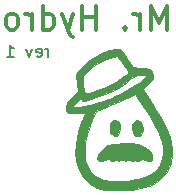
<source format=gbr>
G04 #@! TF.GenerationSoftware,KiCad,Pcbnew,5.0.2-bee76a0~70~ubuntu18.04.1*
G04 #@! TF.CreationDate,2019-07-19T10:36:36+02:00*
G04 #@! TF.ProjectId,SmartHydroponics,536d6172-7448-4796-9472-6f706f6e6963,rev?*
G04 #@! TF.SameCoordinates,Original*
G04 #@! TF.FileFunction,Legend,Bot*
G04 #@! TF.FilePolarity,Positive*
%FSLAX46Y46*%
G04 Gerber Fmt 4.6, Leading zero omitted, Abs format (unit mm)*
G04 Created by KiCad (PCBNEW 5.0.2-bee76a0~70~ubuntu18.04.1) date Fri 19 Jul 2019 10:36:36 CEST*
%MOMM*%
%LPD*%
G01*
G04 APERTURE LIST*
%ADD10C,0.150000*%
%ADD11C,0.300000*%
%ADD12C,0.010000*%
G04 APERTURE END LIST*
D10*
X241738095Y-85702380D02*
X241738095Y-85035714D01*
X241738095Y-85226190D02*
X241690476Y-85130952D01*
X241642857Y-85083333D01*
X241547619Y-85035714D01*
X241452380Y-85035714D01*
X240738095Y-85654761D02*
X240833333Y-85702380D01*
X241023809Y-85702380D01*
X241119047Y-85654761D01*
X241166666Y-85559523D01*
X241166666Y-85178571D01*
X241119047Y-85083333D01*
X241023809Y-85035714D01*
X240833333Y-85035714D01*
X240738095Y-85083333D01*
X240690476Y-85178571D01*
X240690476Y-85273809D01*
X241166666Y-85369047D01*
X240357142Y-85035714D02*
X240119047Y-85702380D01*
X239880952Y-85035714D01*
X238214285Y-85702380D02*
X238785714Y-85702380D01*
X238500000Y-85702380D02*
X238500000Y-84702380D01*
X238595238Y-84845238D01*
X238690476Y-84940476D01*
X238785714Y-84988095D01*
D11*
X251761904Y-83404761D02*
X251761904Y-81404761D01*
X251095238Y-82833333D01*
X250428571Y-81404761D01*
X250428571Y-83404761D01*
X249476190Y-83404761D02*
X249476190Y-82071428D01*
X249476190Y-82452380D02*
X249380952Y-82261904D01*
X249285714Y-82166666D01*
X249095238Y-82071428D01*
X248904761Y-82071428D01*
X248238095Y-83214285D02*
X248142857Y-83309523D01*
X248238095Y-83404761D01*
X248333333Y-83309523D01*
X248238095Y-83214285D01*
X248238095Y-83404761D01*
X245761904Y-83404761D02*
X245761904Y-81404761D01*
X245761904Y-82357142D02*
X244619047Y-82357142D01*
X244619047Y-83404761D02*
X244619047Y-81404761D01*
X243857142Y-82071428D02*
X243380952Y-83404761D01*
X242904761Y-82071428D02*
X243380952Y-83404761D01*
X243571428Y-83880952D01*
X243666666Y-83976190D01*
X243857142Y-84071428D01*
X241285714Y-83404761D02*
X241285714Y-81404761D01*
X241285714Y-83309523D02*
X241476190Y-83404761D01*
X241857142Y-83404761D01*
X242047619Y-83309523D01*
X242142857Y-83214285D01*
X242238095Y-83023809D01*
X242238095Y-82452380D01*
X242142857Y-82261904D01*
X242047619Y-82166666D01*
X241857142Y-82071428D01*
X241476190Y-82071428D01*
X241285714Y-82166666D01*
X240333333Y-83404761D02*
X240333333Y-82071428D01*
X240333333Y-82452380D02*
X240238095Y-82261904D01*
X240142857Y-82166666D01*
X239952380Y-82071428D01*
X239761904Y-82071428D01*
X238809523Y-83404761D02*
X239000000Y-83309523D01*
X239095238Y-83214285D01*
X239190476Y-83023809D01*
X239190476Y-82452380D01*
X239095238Y-82261904D01*
X239000000Y-82166666D01*
X238809523Y-82071428D01*
X238523809Y-82071428D01*
X238333333Y-82166666D01*
X238238095Y-82261904D01*
X238142857Y-82452380D01*
X238142857Y-83023809D01*
X238238095Y-83214285D01*
X238333333Y-83309523D01*
X238523809Y-83404761D01*
X238809523Y-83404761D01*
D12*
G04 #@! TO.C,H111*
G36*
X247184691Y-91073749D02*
X247040428Y-91213620D01*
X246946821Y-91454124D01*
X246917214Y-91747284D01*
X246931247Y-91993425D01*
X246984937Y-92157657D01*
X247087556Y-92287034D01*
X247273634Y-92427327D01*
X247438219Y-92438740D01*
X247606773Y-92323008D01*
X247607332Y-92322450D01*
X247747850Y-92096880D01*
X247806216Y-91815469D01*
X247799551Y-91728688D01*
X247403006Y-91728688D01*
X247368306Y-91763387D01*
X247333607Y-91728688D01*
X247368306Y-91693989D01*
X247403006Y-91728688D01*
X247799551Y-91728688D01*
X247783899Y-91524917D01*
X247682367Y-91271920D01*
X247570350Y-91146356D01*
X247365901Y-91047123D01*
X247184691Y-91073749D01*
X247184691Y-91073749D01*
G37*
X247184691Y-91073749D02*
X247040428Y-91213620D01*
X246946821Y-91454124D01*
X246917214Y-91747284D01*
X246931247Y-91993425D01*
X246984937Y-92157657D01*
X247087556Y-92287034D01*
X247273634Y-92427327D01*
X247438219Y-92438740D01*
X247606773Y-92323008D01*
X247607332Y-92322450D01*
X247747850Y-92096880D01*
X247806216Y-91815469D01*
X247799551Y-91728688D01*
X247403006Y-91728688D01*
X247368306Y-91763387D01*
X247333607Y-91728688D01*
X247368306Y-91693989D01*
X247403006Y-91728688D01*
X247799551Y-91728688D01*
X247783899Y-91524917D01*
X247682367Y-91271920D01*
X247570350Y-91146356D01*
X247365901Y-91047123D01*
X247184691Y-91073749D01*
G36*
X249067350Y-91130282D02*
X248924444Y-91308226D01*
X248852457Y-91596175D01*
X248844368Y-91763387D01*
X248882303Y-92099504D01*
X248993176Y-92328859D01*
X249172590Y-92444394D01*
X249276776Y-92457377D01*
X249474137Y-92406851D01*
X249604821Y-92269582D01*
X249709857Y-92021812D01*
X249736745Y-91749434D01*
X249694467Y-91485316D01*
X249592008Y-91262325D01*
X249438352Y-91113328D01*
X249276776Y-91069398D01*
X249067350Y-91130282D01*
X249067350Y-91130282D01*
G37*
X249067350Y-91130282D02*
X248924444Y-91308226D01*
X248852457Y-91596175D01*
X248844368Y-91763387D01*
X248882303Y-92099504D01*
X248993176Y-92328859D01*
X249172590Y-92444394D01*
X249276776Y-92457377D01*
X249474137Y-92406851D01*
X249604821Y-92269582D01*
X249709857Y-92021812D01*
X249736745Y-91749434D01*
X249694467Y-91485316D01*
X249592008Y-91262325D01*
X249438352Y-91113328D01*
X249276776Y-91069398D01*
X249067350Y-91130282D01*
G36*
X247977892Y-93021212D02*
X247536287Y-93057221D01*
X247144237Y-93117149D01*
X246841786Y-93198707D01*
X246796345Y-93217074D01*
X246500294Y-93384338D01*
X246245207Y-93598376D01*
X246047403Y-93835698D01*
X245923203Y-94072816D01*
X245888927Y-94286239D01*
X245947988Y-94438088D01*
X246088401Y-94525731D01*
X246297053Y-94518381D01*
X246548557Y-94434271D01*
X246720792Y-94371675D01*
X246824893Y-94371798D01*
X246916136Y-94434271D01*
X247095504Y-94530930D01*
X247262970Y-94502615D01*
X247311545Y-94464247D01*
X247415725Y-94429212D01*
X247533622Y-94480941D01*
X247676556Y-94537320D01*
X247813112Y-94489938D01*
X247819399Y-94486050D01*
X247960872Y-94434093D01*
X248096995Y-94486050D01*
X248238468Y-94538008D01*
X248374591Y-94486050D01*
X248515957Y-94434110D01*
X248652426Y-94486200D01*
X248807018Y-94536221D01*
X248909904Y-94498321D01*
X249075639Y-94459667D01*
X249218482Y-94495380D01*
X249384316Y-94530479D01*
X249513716Y-94470896D01*
X249540087Y-94448173D01*
X249639293Y-94375937D01*
X249741742Y-94369609D01*
X249905722Y-94427071D01*
X249923029Y-94434271D01*
X250207829Y-94524812D01*
X250403131Y-94518124D01*
X250516910Y-94417450D01*
X250538246Y-94258061D01*
X250492808Y-94037657D01*
X250396237Y-93806905D01*
X250272394Y-93625371D01*
X250021092Y-93419273D01*
X249678707Y-93236737D01*
X249292952Y-93102036D01*
X249199624Y-93079611D01*
X248849603Y-93030117D01*
X248429012Y-93011415D01*
X247977892Y-93021212D01*
X247977892Y-93021212D01*
G37*
X247977892Y-93021212D02*
X247536287Y-93057221D01*
X247144237Y-93117149D01*
X246841786Y-93198707D01*
X246796345Y-93217074D01*
X246500294Y-93384338D01*
X246245207Y-93598376D01*
X246047403Y-93835698D01*
X245923203Y-94072816D01*
X245888927Y-94286239D01*
X245947988Y-94438088D01*
X246088401Y-94525731D01*
X246297053Y-94518381D01*
X246548557Y-94434271D01*
X246720792Y-94371675D01*
X246824893Y-94371798D01*
X246916136Y-94434271D01*
X247095504Y-94530930D01*
X247262970Y-94502615D01*
X247311545Y-94464247D01*
X247415725Y-94429212D01*
X247533622Y-94480941D01*
X247676556Y-94537320D01*
X247813112Y-94489938D01*
X247819399Y-94486050D01*
X247960872Y-94434093D01*
X248096995Y-94486050D01*
X248238468Y-94538008D01*
X248374591Y-94486050D01*
X248515957Y-94434110D01*
X248652426Y-94486200D01*
X248807018Y-94536221D01*
X248909904Y-94498321D01*
X249075639Y-94459667D01*
X249218482Y-94495380D01*
X249384316Y-94530479D01*
X249513716Y-94470896D01*
X249540087Y-94448173D01*
X249639293Y-94375937D01*
X249741742Y-94369609D01*
X249905722Y-94427071D01*
X249923029Y-94434271D01*
X250207829Y-94524812D01*
X250403131Y-94518124D01*
X250516910Y-94417450D01*
X250538246Y-94258061D01*
X250492808Y-94037657D01*
X250396237Y-93806905D01*
X250272394Y-93625371D01*
X250021092Y-93419273D01*
X249678707Y-93236737D01*
X249292952Y-93102036D01*
X249199624Y-93079611D01*
X248849603Y-93030117D01*
X248429012Y-93011415D01*
X247977892Y-93021212D01*
G36*
X247287844Y-85059968D02*
X246995508Y-85140011D01*
X246872475Y-85177419D01*
X246239723Y-85414366D01*
X245639342Y-85721312D01*
X245098364Y-86080454D01*
X244643822Y-86473992D01*
X244320357Y-86858152D01*
X244049316Y-87251691D01*
X244139386Y-87958460D01*
X244229456Y-88665228D01*
X243925111Y-88946430D01*
X243624352Y-89238670D01*
X243421512Y-89475604D01*
X243300802Y-89681518D01*
X243246432Y-89880700D01*
X243239071Y-90001658D01*
X243260968Y-90220405D01*
X243339148Y-90370581D01*
X243492344Y-90461813D01*
X243739291Y-90503727D01*
X244098724Y-90505950D01*
X244211378Y-90501288D01*
X244486092Y-90490166D01*
X244699090Y-90485371D01*
X244819453Y-90487412D01*
X244835246Y-90491027D01*
X244811446Y-90559887D01*
X244748044Y-90726290D01*
X244657040Y-90958930D01*
X244621461Y-91048768D01*
X244365327Y-91780452D01*
X244175823Y-92508131D01*
X244057062Y-93206320D01*
X244013158Y-93849534D01*
X244048228Y-94412288D01*
X244063534Y-94504644D01*
X244227424Y-95077404D01*
X244491534Y-95611448D01*
X244838257Y-96084337D01*
X245249985Y-96473633D01*
X245709109Y-96756898D01*
X245888974Y-96830874D01*
X246075265Y-96890904D01*
X246264514Y-96934801D01*
X246485055Y-96965693D01*
X246765222Y-96986710D01*
X247133350Y-97000981D01*
X247507104Y-97009584D01*
X248091650Y-97014045D01*
X248557400Y-97001829D01*
X248923453Y-96972061D01*
X249163460Y-96933768D01*
X249884151Y-96753650D01*
X250484278Y-96531796D01*
X250978282Y-96258688D01*
X251380606Y-95924812D01*
X251705691Y-95520649D01*
X251935725Y-95107000D01*
X252038116Y-94874257D01*
X252104969Y-94669657D01*
X252145511Y-94447934D01*
X252168967Y-94163823D01*
X252179981Y-93908642D01*
X252179515Y-93838683D01*
X251454096Y-93838683D01*
X251382598Y-94378197D01*
X251203287Y-94858355D01*
X250919615Y-95266835D01*
X250535035Y-95591314D01*
X250409766Y-95665423D01*
X250099983Y-95803103D01*
X249694686Y-95938640D01*
X249236824Y-96060245D01*
X248769346Y-96156125D01*
X248454589Y-96202185D01*
X248162307Y-96235286D01*
X247943604Y-96254298D01*
X247753109Y-96259305D01*
X247545451Y-96250395D01*
X247275262Y-96227652D01*
X247038233Y-96204872D01*
X246460099Y-96116561D01*
X245992213Y-95967612D01*
X245614537Y-95745250D01*
X245307035Y-95436698D01*
X245049669Y-95029180D01*
X244983424Y-94894667D01*
X244900776Y-94704213D01*
X244847698Y-94530836D01*
X244818068Y-94335051D01*
X244805762Y-94077379D01*
X244804530Y-93741256D01*
X244816260Y-93349714D01*
X244851814Y-92988842D01*
X244918259Y-92629415D01*
X245022659Y-92242207D01*
X245172082Y-91797992D01*
X245373593Y-91267547D01*
X245447659Y-91081240D01*
X245772132Y-90271311D01*
X246466121Y-90033067D01*
X246795212Y-89908757D01*
X247198524Y-89739320D01*
X247628219Y-89545714D01*
X248036462Y-89348894D01*
X248092267Y-89320706D01*
X248418707Y-89159560D01*
X248700553Y-89029680D01*
X248915510Y-88940615D01*
X249041282Y-88901914D01*
X249063852Y-88904569D01*
X249520176Y-89578670D01*
X249903836Y-90153200D01*
X250222751Y-90641597D01*
X250484841Y-91057299D01*
X250698026Y-91413743D01*
X250870225Y-91724369D01*
X251009357Y-92002614D01*
X251123342Y-92261916D01*
X251220099Y-92515714D01*
X251259849Y-92630874D01*
X251414331Y-93252134D01*
X251454096Y-93838683D01*
X252179515Y-93838683D01*
X252176822Y-93435155D01*
X252128186Y-92978395D01*
X252027357Y-92521238D01*
X251867621Y-92046559D01*
X251642261Y-91537234D01*
X251344562Y-90976140D01*
X250967809Y-90346152D01*
X250505287Y-89630147D01*
X250497508Y-89618434D01*
X249721015Y-88449560D01*
X250162213Y-88030022D01*
X250373567Y-87825693D01*
X250502425Y-87682691D01*
X250567613Y-87567482D01*
X250587961Y-87446534D01*
X250582294Y-87286315D01*
X250582273Y-87285976D01*
X250027416Y-87285976D01*
X250022758Y-87369891D01*
X249909160Y-87504953D01*
X249702358Y-87681310D01*
X249418087Y-87889111D01*
X249072083Y-88118505D01*
X248680081Y-88359640D01*
X248257817Y-88602665D01*
X247821026Y-88837727D01*
X247385445Y-89054976D01*
X246966809Y-89244560D01*
X246769627Y-89325558D01*
X246410057Y-89454638D01*
X246009352Y-89577189D01*
X245588346Y-89689220D01*
X245167868Y-89786742D01*
X244768753Y-89865764D01*
X244411831Y-89922294D01*
X244117935Y-89952344D01*
X243907897Y-89951921D01*
X243802549Y-89917036D01*
X243794263Y-89895515D01*
X243843313Y-89819015D01*
X243967007Y-89689169D01*
X244130159Y-89537500D01*
X244297584Y-89395528D01*
X244434098Y-89294777D01*
X244498022Y-89265027D01*
X244550779Y-89321467D01*
X244557651Y-89370447D01*
X244562968Y-89416446D01*
X244592352Y-89441653D01*
X244665949Y-89443058D01*
X244803908Y-89417650D01*
X245026375Y-89362417D01*
X245353498Y-89274349D01*
X245537029Y-89224078D01*
X246566232Y-88873826D01*
X247522644Y-88406572D01*
X248414066Y-87818316D01*
X248669038Y-87618418D01*
X248899166Y-87434739D01*
X249063605Y-87322613D01*
X249203389Y-87264851D01*
X249359551Y-87244265D01*
X249563985Y-87243536D01*
X249794137Y-87252185D01*
X249963083Y-87268631D01*
X250027416Y-87285976D01*
X250582273Y-87285976D01*
X250582034Y-87282307D01*
X250547263Y-87069329D01*
X248504329Y-87069329D01*
X248440026Y-87118844D01*
X248300519Y-87227546D01*
X248166394Y-87332455D01*
X247441706Y-87822851D01*
X246608021Y-88247561D01*
X245682868Y-88597955D01*
X245450599Y-88669609D01*
X245185012Y-88747192D01*
X244972852Y-88807441D01*
X244847183Y-88841038D01*
X244828413Y-88844940D01*
X244800598Y-88783166D01*
X244762554Y-88615349D01*
X244721055Y-88373196D01*
X244706877Y-88276092D01*
X244656876Y-87904784D01*
X244633878Y-87638064D01*
X244646210Y-87442984D01*
X244702199Y-87286597D01*
X244810171Y-87135956D01*
X244978452Y-86958113D01*
X245060793Y-86875700D01*
X245435698Y-86559509D01*
X245902491Y-86254412D01*
X246415005Y-85985847D01*
X246927073Y-85779255D01*
X247192301Y-85701137D01*
X247571487Y-85607036D01*
X247753498Y-85858296D01*
X247900627Y-86069257D01*
X248061695Y-86312532D01*
X248219647Y-86560610D01*
X248357428Y-86785983D01*
X248457982Y-86961140D01*
X248504252Y-87058573D01*
X248504329Y-87069329D01*
X250547263Y-87069329D01*
X250542635Y-87040982D01*
X250447816Y-86868815D01*
X250277930Y-86753579D01*
X250013329Y-86683051D01*
X249634364Y-86645005D01*
X249550645Y-86640575D01*
X248921686Y-86610504D01*
X248499914Y-85977246D01*
X248245397Y-85600480D01*
X248043087Y-85328606D01*
X247869582Y-85150120D01*
X247701476Y-85053520D01*
X247515365Y-85027304D01*
X247287844Y-85059968D01*
X247287844Y-85059968D01*
G37*
X247287844Y-85059968D02*
X246995508Y-85140011D01*
X246872475Y-85177419D01*
X246239723Y-85414366D01*
X245639342Y-85721312D01*
X245098364Y-86080454D01*
X244643822Y-86473992D01*
X244320357Y-86858152D01*
X244049316Y-87251691D01*
X244139386Y-87958460D01*
X244229456Y-88665228D01*
X243925111Y-88946430D01*
X243624352Y-89238670D01*
X243421512Y-89475604D01*
X243300802Y-89681518D01*
X243246432Y-89880700D01*
X243239071Y-90001658D01*
X243260968Y-90220405D01*
X243339148Y-90370581D01*
X243492344Y-90461813D01*
X243739291Y-90503727D01*
X244098724Y-90505950D01*
X244211378Y-90501288D01*
X244486092Y-90490166D01*
X244699090Y-90485371D01*
X244819453Y-90487412D01*
X244835246Y-90491027D01*
X244811446Y-90559887D01*
X244748044Y-90726290D01*
X244657040Y-90958930D01*
X244621461Y-91048768D01*
X244365327Y-91780452D01*
X244175823Y-92508131D01*
X244057062Y-93206320D01*
X244013158Y-93849534D01*
X244048228Y-94412288D01*
X244063534Y-94504644D01*
X244227424Y-95077404D01*
X244491534Y-95611448D01*
X244838257Y-96084337D01*
X245249985Y-96473633D01*
X245709109Y-96756898D01*
X245888974Y-96830874D01*
X246075265Y-96890904D01*
X246264514Y-96934801D01*
X246485055Y-96965693D01*
X246765222Y-96986710D01*
X247133350Y-97000981D01*
X247507104Y-97009584D01*
X248091650Y-97014045D01*
X248557400Y-97001829D01*
X248923453Y-96972061D01*
X249163460Y-96933768D01*
X249884151Y-96753650D01*
X250484278Y-96531796D01*
X250978282Y-96258688D01*
X251380606Y-95924812D01*
X251705691Y-95520649D01*
X251935725Y-95107000D01*
X252038116Y-94874257D01*
X252104969Y-94669657D01*
X252145511Y-94447934D01*
X252168967Y-94163823D01*
X252179981Y-93908642D01*
X252179515Y-93838683D01*
X251454096Y-93838683D01*
X251382598Y-94378197D01*
X251203287Y-94858355D01*
X250919615Y-95266835D01*
X250535035Y-95591314D01*
X250409766Y-95665423D01*
X250099983Y-95803103D01*
X249694686Y-95938640D01*
X249236824Y-96060245D01*
X248769346Y-96156125D01*
X248454589Y-96202185D01*
X248162307Y-96235286D01*
X247943604Y-96254298D01*
X247753109Y-96259305D01*
X247545451Y-96250395D01*
X247275262Y-96227652D01*
X247038233Y-96204872D01*
X246460099Y-96116561D01*
X245992213Y-95967612D01*
X245614537Y-95745250D01*
X245307035Y-95436698D01*
X245049669Y-95029180D01*
X244983424Y-94894667D01*
X244900776Y-94704213D01*
X244847698Y-94530836D01*
X244818068Y-94335051D01*
X244805762Y-94077379D01*
X244804530Y-93741256D01*
X244816260Y-93349714D01*
X244851814Y-92988842D01*
X244918259Y-92629415D01*
X245022659Y-92242207D01*
X245172082Y-91797992D01*
X245373593Y-91267547D01*
X245447659Y-91081240D01*
X245772132Y-90271311D01*
X246466121Y-90033067D01*
X246795212Y-89908757D01*
X247198524Y-89739320D01*
X247628219Y-89545714D01*
X248036462Y-89348894D01*
X248092267Y-89320706D01*
X248418707Y-89159560D01*
X248700553Y-89029680D01*
X248915510Y-88940615D01*
X249041282Y-88901914D01*
X249063852Y-88904569D01*
X249520176Y-89578670D01*
X249903836Y-90153200D01*
X250222751Y-90641597D01*
X250484841Y-91057299D01*
X250698026Y-91413743D01*
X250870225Y-91724369D01*
X251009357Y-92002614D01*
X251123342Y-92261916D01*
X251220099Y-92515714D01*
X251259849Y-92630874D01*
X251414331Y-93252134D01*
X251454096Y-93838683D01*
X252179515Y-93838683D01*
X252176822Y-93435155D01*
X252128186Y-92978395D01*
X252027357Y-92521238D01*
X251867621Y-92046559D01*
X251642261Y-91537234D01*
X251344562Y-90976140D01*
X250967809Y-90346152D01*
X250505287Y-89630147D01*
X250497508Y-89618434D01*
X249721015Y-88449560D01*
X250162213Y-88030022D01*
X250373567Y-87825693D01*
X250502425Y-87682691D01*
X250567613Y-87567482D01*
X250587961Y-87446534D01*
X250582294Y-87286315D01*
X250582273Y-87285976D01*
X250027416Y-87285976D01*
X250022758Y-87369891D01*
X249909160Y-87504953D01*
X249702358Y-87681310D01*
X249418087Y-87889111D01*
X249072083Y-88118505D01*
X248680081Y-88359640D01*
X248257817Y-88602665D01*
X247821026Y-88837727D01*
X247385445Y-89054976D01*
X246966809Y-89244560D01*
X246769627Y-89325558D01*
X246410057Y-89454638D01*
X246009352Y-89577189D01*
X245588346Y-89689220D01*
X245167868Y-89786742D01*
X244768753Y-89865764D01*
X244411831Y-89922294D01*
X244117935Y-89952344D01*
X243907897Y-89951921D01*
X243802549Y-89917036D01*
X243794263Y-89895515D01*
X243843313Y-89819015D01*
X243967007Y-89689169D01*
X244130159Y-89537500D01*
X244297584Y-89395528D01*
X244434098Y-89294777D01*
X244498022Y-89265027D01*
X244550779Y-89321467D01*
X244557651Y-89370447D01*
X244562968Y-89416446D01*
X244592352Y-89441653D01*
X244665949Y-89443058D01*
X244803908Y-89417650D01*
X245026375Y-89362417D01*
X245353498Y-89274349D01*
X245537029Y-89224078D01*
X246566232Y-88873826D01*
X247522644Y-88406572D01*
X248414066Y-87818316D01*
X248669038Y-87618418D01*
X248899166Y-87434739D01*
X249063605Y-87322613D01*
X249203389Y-87264851D01*
X249359551Y-87244265D01*
X249563985Y-87243536D01*
X249794137Y-87252185D01*
X249963083Y-87268631D01*
X250027416Y-87285976D01*
X250582273Y-87285976D01*
X250582034Y-87282307D01*
X250547263Y-87069329D01*
X248504329Y-87069329D01*
X248440026Y-87118844D01*
X248300519Y-87227546D01*
X248166394Y-87332455D01*
X247441706Y-87822851D01*
X246608021Y-88247561D01*
X245682868Y-88597955D01*
X245450599Y-88669609D01*
X245185012Y-88747192D01*
X244972852Y-88807441D01*
X244847183Y-88841038D01*
X244828413Y-88844940D01*
X244800598Y-88783166D01*
X244762554Y-88615349D01*
X244721055Y-88373196D01*
X244706877Y-88276092D01*
X244656876Y-87904784D01*
X244633878Y-87638064D01*
X244646210Y-87442984D01*
X244702199Y-87286597D01*
X244810171Y-87135956D01*
X244978452Y-86958113D01*
X245060793Y-86875700D01*
X245435698Y-86559509D01*
X245902491Y-86254412D01*
X246415005Y-85985847D01*
X246927073Y-85779255D01*
X247192301Y-85701137D01*
X247571487Y-85607036D01*
X247753498Y-85858296D01*
X247900627Y-86069257D01*
X248061695Y-86312532D01*
X248219647Y-86560610D01*
X248357428Y-86785983D01*
X248457982Y-86961140D01*
X248504252Y-87058573D01*
X248504329Y-87069329D01*
X250547263Y-87069329D01*
X250542635Y-87040982D01*
X250447816Y-86868815D01*
X250277930Y-86753579D01*
X250013329Y-86683051D01*
X249634364Y-86645005D01*
X249550645Y-86640575D01*
X248921686Y-86610504D01*
X248499914Y-85977246D01*
X248245397Y-85600480D01*
X248043087Y-85328606D01*
X247869582Y-85150120D01*
X247701476Y-85053520D01*
X247515365Y-85027304D01*
X247287844Y-85059968D01*
G04 #@! TD*
M02*

</source>
